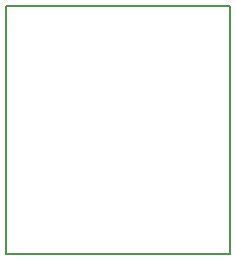
<source format=gbr>
G04 DipTrace 3.3.1.1*
G04 BoardOutline.gbr*
%MOIN*%
G04 #@! TF.FileFunction,Profile*
G04 #@! TF.Part,Single*
%ADD11C,0.005512*%
%FSLAX26Y26*%
G04*
G70*
G90*
G75*
G01*
G04 BoardOutline*
%LPD*%
X393701Y1218701D2*
D11*
Y393701D1*
X1137451D1*
Y1218701D1*
X393701D1*
M02*

</source>
